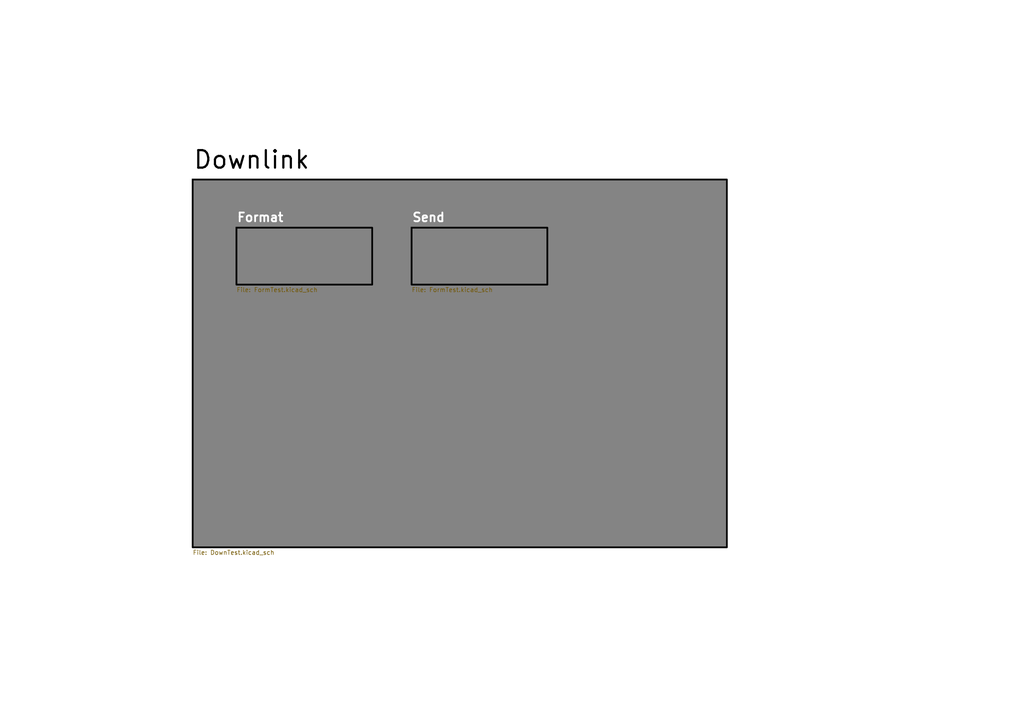
<source format=kicad_sch>
(kicad_sch
	(version 20231120)
	(generator "eeschema")
	(generator_version "8.0")
	(uuid "3b0d68d4-c5f4-4ee1-9fdb-34b06c5651b6")
	(paper "A4")
	(lib_symbols)
	(sheet
		(at 68.58 66.04)
		(size 39.37 16.51)
		(fields_autoplaced yes)
		(stroke
			(width 0.508)
			(type solid)
			(color 0 0 0 1)
		)
		(fill
			(color 255 255 255 1.0000)
		)
		(uuid "78cc1d09-c5bf-4760-8e81-0ced38289d31")
		(property "Sheetname" "Format"
			(at 68.58 64.5156 0)
			(effects
				(font
					(size 2.54 2.54)
					(thickness 0.508)
					(bold yes)
					(color 255 255 255 1)
				)
				(justify left bottom)
			)
		)
		(property "Sheetfile" "FormTest.kicad_sch"
			(at 68.58 83.3124 0)
			(effects
				(font
					(size 1.27 1.27)
				)
				(justify left top)
			)
		)
		(instances
			(project "Testing"
				(path "/f035f0a1-379f-4f34-81a0-5945bf64a21f/f8d6ed9e-a4dc-41fc-b20f-d7adfc22f239/089e1d8f-d75d-480d-9a8d-9d4566879aeb"
					(page "84")
				)
			)
		)
	)
	(sheet
		(at 119.38 66.04)
		(size 39.37 16.51)
		(fields_autoplaced yes)
		(stroke
			(width 0.508)
			(type solid)
			(color 0 0 0 1)
		)
		(fill
			(color 255 255 255 1.0000)
		)
		(uuid "ad7584ee-8c88-4be4-807f-1213dee7f57c")
		(property "Sheetname" "Send"
			(at 119.38 64.5156 0)
			(effects
				(font
					(size 2.54 2.54)
					(thickness 0.508)
					(bold yes)
					(color 255 255 255 1)
				)
				(justify left bottom)
			)
		)
		(property "Sheetfile" "FormTest.kicad_sch"
			(at 119.38 83.3124 0)
			(effects
				(font
					(size 1.27 1.27)
				)
				(justify left top)
			)
		)
		(instances
			(project "Testing"
				(path "/f035f0a1-379f-4f34-81a0-5945bf64a21f/f8d6ed9e-a4dc-41fc-b20f-d7adfc22f239/089e1d8f-d75d-480d-9a8d-9d4566879aeb"
					(page "22")
				)
			)
		)
	)
	(sheet
		(at 55.88 52.07)
		(size 154.94 106.68)
		(fields_autoplaced yes)
		(stroke
			(width 0.508)
			(type solid)
			(color 0 0 0 1)
		)
		(fill
			(color 132 132 132 1.0000)
		)
		(uuid "e69ad44a-8763-4fea-930e-892dd0a0a10e")
		(property "Sheetname" "Downlink"
			(at 55.88 49.2756 0)
			(effects
				(font
					(size 5.08 5.08)
					(thickness 0.635)
					(color 0 0 0 1)
				)
				(justify left bottom)
			)
		)
		(property "Sheetfile" "DownTest.kicad_sch"
			(at 55.88 159.5124 0)
			(effects
				(font
					(size 1.27 1.27)
				)
				(justify left top)
			)
		)
		(instances
			(project "Testing"
				(path "/f035f0a1-379f-4f34-81a0-5945bf64a21f/f8d6ed9e-a4dc-41fc-b20f-d7adfc22f239/089e1d8f-d75d-480d-9a8d-9d4566879aeb"
					(page "75")
				)
			)
		)
	)
)

</source>
